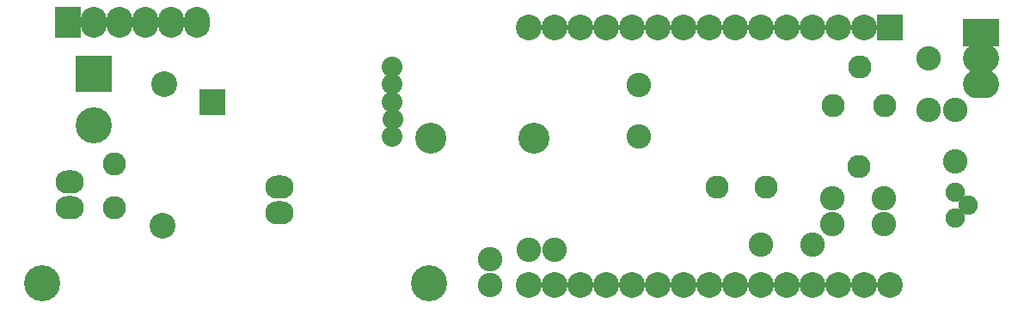
<source format=gts>
%FSTAX24Y24*%
%MOIN*%
%IN ServoBoardSlim.GTS *%
%ADD10C,0.0750*%
%ADD11C,0.0800*%
%ADD12C,0.0900*%
%ADD13C,0.0950*%
%ADD14C,0.1000*%
%ADD15C,0.1200*%
%ADD16C,0.1400*%
%ADD17O,0.1000X0.1200*%
%ADD18O,0.1100X0.0900*%
%ADD19O,0.1400X0.1100*%
%ADD20R,0.1000X0.1000*%
%ADD21R,0.1000X0.1200*%
%ADD22R,0.1400X0.1100*%
%ADD23R,0.1400X0.1400*%
D13*X018358Y002055D03*Y003055D03*X02085Y0034D03*X01985D03*D18*
X0102Y00485D03*Y00585D03*D22*X0374Y01185D03*D19*Y01085D03*Y00985D03*
D21*X002Y01225D03*D17*X003D03*X004D03*X005D03*X006D03*X007D03*D23*
X003Y01025D03*D16*Y00825D03*D18*X00205Y00505D03*Y00605D03*D15*
X01605Y00775D03*X02005D03*D20*X007585Y009163D03*D11*X014569Y007802D03*
X014576Y008481D03*X014568Y009155D03*X014567Y009843D03*
X014566Y010502D03*D20*X033858Y012055D03*D14*X024858D03*X023858D03*
X022858D03*X021858D03*X020858D03*X019858D03*Y002055D03*X020858D03*
X021858D03*X022858D03*X032858Y012055D03*X023858Y002055D03*X024858D03*
X025858D03*X026858D03*X027858D03*X028858D03*X029858D03*X030858D03*
X031858D03*X032858D03*X031858Y012055D03*X033858Y002055D03*
X030858Y012055D03*X029858D03*X028858D03*X027858D03*X026858D03*
X025858D03*D16*X016Y0021D03*X001D03*D10*X0364Y00465D03*Y00565D03*
X0369Y00515D03*D13*X024108Y007805D03*Y009805D03*X03085Y0036D03*
X02885D03*X03535Y00885D03*Y01085D03*X0364Y00685D03*Y00885D03*
X031608Y005405D03*X033608D03*X031608Y004405D03*X033608D03*D14*
X005709Y009843D03*D12*X0038Y00505D03*D14*X00565Y00435D03*D12*
X03165Y009D03*X03365D03*X03265Y00665D03*X0327Y0105D03*X02715Y00585D03*
X02905D03*X0038Y00675D03*
M02*
</source>
